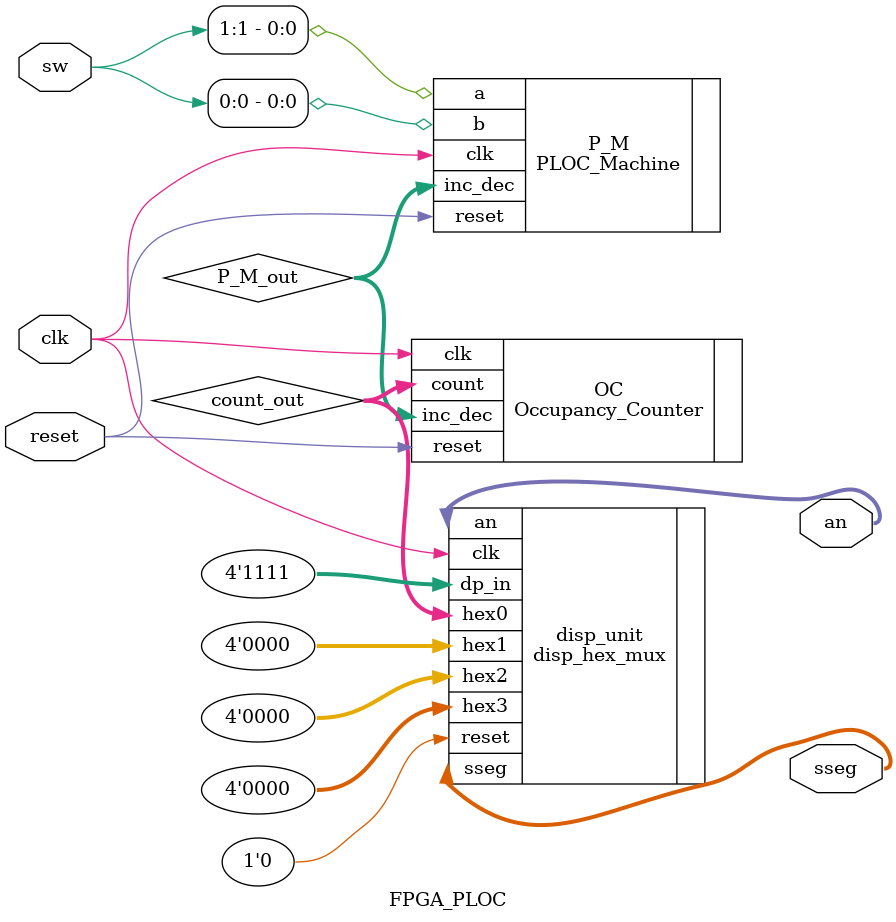
<source format=v>
`timescale 1ns / 1ps

module FPGA_PLOC(
	input wire clk,reset,
	input wire [1:0] sw, // reset, a, and b
	output wire [3:0] an,
	output wire [7:0] sseg
    );

	/*debounce_test db_t(
		.clk(),	//in
		.reset(),
		.btn(),	
		.an(),
		.sseg()
	);*/
	
	//internal signal
	wire [1:0] P_M_out;
	wire [3:0] count_out;

	PLOC_Machine P_M(
		.clk(clk), //in
		.reset(reset),
		.a(sw[1]),
		.b(sw[0]),
		.inc_dec(P_M_out)
	);
	
	Occupancy_Counter OC(
		.clk(clk),	// in
		.reset(reset),
		.inc_dec(P_M_out),
		.count(count_out) //out
	);
	
	 disp_hex_mux disp_unit
   (.clk(clk), .reset(1'b0),
       .hex3(4'd0), .hex2(4'd0), .hex1(4'd0), .hex0(count_out),
       .dp_in(4'b1111), .an(an), .sseg(sseg));
	
endmodule

</source>
